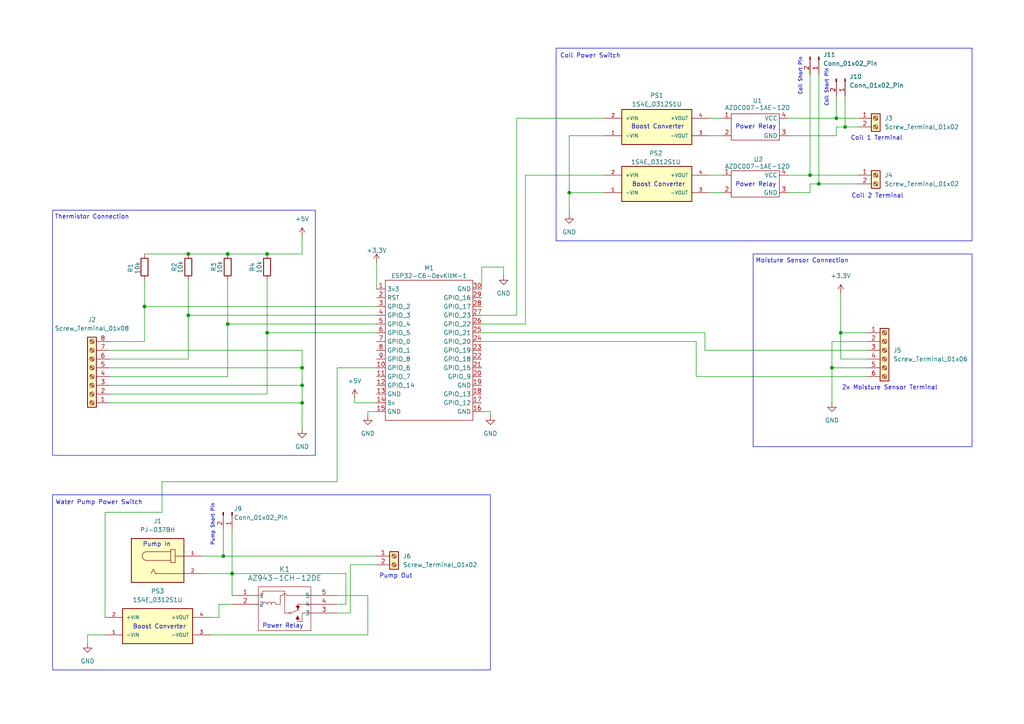
<source format=kicad_sch>
(kicad_sch (version 20231120) (generator "eeschema") (generator_version "8.0")
  (paper "A4")
  (title_block (title "Coil Safety Circuit") (date "2024-07-16") (rev "v2") (company "Biedermann Lab"))
  (lib_symbols
    (symbol "1S4E_0312S1U:1S4E_0312S1U" (pin_names (offset 1.016))
      (property "Reference" "PS" (at -10.16 5.842 0))
      (property "Value" "1S4E_0312S1U" (at -10.16 -7.62 0))
      (symbol "1S4E_0312S1U_0_0"
        (rectangle (start -10.16 -5.08) (end 10.16 5.08) (stroke (width 0.254)) (fill (type background)))
        (pin input line (at -15.24 -2.54 0) (length 5.08) (name "-VIN") (number "1"))
        (pin input line (at -15.24 2.54 0) (length 5.08) (name "+VIN") (number "2"))
        (pin output line (at 15.24 -2.54 180) (length 5.08) (name "-VOUT") (number "3"))
        (pin output line (at 15.24 2.54 180) (length 5.08) (name "+VOUT") (number "4"))
      )
    )
    (symbol "Connector:Conn_01x02_Pin" (pin_names (offset 1.016) hide)
      (property "Reference" "J" (at 0 2.54 0))
      (property "Value" "Conn_01x02_Pin" (at 0 -5.08 0))
      (symbol "Conn_01x02_Pin_1_1"
        (polyline (pts (xy 1.27 -2.54) (xy 0.8636 -2.54)) (stroke (width 0.1524)))
        (polyline (pts (xy 1.27 0) (xy 0.8636 0)) (stroke (width 0.1524)))
        (rectangle (start 0.8636 -2.413) (end 0 -2.667) (stroke (width 0.1524)) (fill (type outline)))
        (rectangle (start 0.8636 0.127) (end 0 -0.127) (stroke (width 0.1524)) (fill (type outline)))
        (pin passive line (at 5.08 0 180) (length 3.81) (name "Pin_1") (number "1"))
        (pin passive line (at 5.08 -2.54 180) (length 3.81) (name "Pin_2") (number "2"))
      )
    )
    (symbol "Connector:Screw_Terminal_01x02" (pin_names (offset 1.016) hide)
      (property "Reference" "J" (at 0 2.54 0))
      (property "Value" "Screw_Terminal_01x02" (at 0 -5.08 0))
      (symbol "Screw_Terminal_01x02_1_1"
        (rectangle (start -1.27 1.27) (end 1.27 -3.81) (stroke (width 0.254)) (fill (type background)))
        (circle (center 0 -2.54) (radius 0.635) (stroke (width 0.1524)))
        (polyline (pts (xy -0.5334 -2.2098) (xy 0.3302 -3.048)) (stroke (width 0.1524)))
        (polyline (pts (xy -0.5334 0.3302) (xy 0.3302 -0.508)) (stroke (width 0.1524)))
        (polyline (pts (xy -0.3556 -2.032) (xy 0.508 -2.8702)) (stroke (width 0.1524)))
        (polyline (pts (xy -0.3556 0.508) (xy 0.508 -0.3302)) (stroke (width 0.1524)))
        (circle (center 0 0) (radius 0.635) (stroke (width 0.1524)))
        (pin passive line (at -5.08 0 0) (length 3.81) (name "Pin_1") (number "1"))
        (pin passive line (at -5.08 -2.54 0) (length 3.81) (name "Pin_2") (number "2"))
      )
    )
    (symbol "Connector:Screw_Terminal_01x06" (pin_names (offset 1.016) hide)
      (property "Reference" "J" (at 0 7.62 0))
      (property "Value" "Screw_Terminal_01x06" (at 0 -10.16 0))
      (symbol "Screw_Terminal_01x06_1_1"
        (rectangle (start -1.27 6.35) (end 1.27 -8.89) (stroke (width 0.254)) (fill (type background)))
        (circle (center 0 -7.62) (radius 0.635) (stroke (width 0.1524)))
        (circle (center 0 -5.08) (radius 0.635) (stroke (width 0.1524)))
        (circle (center 0 -2.54) (radius 0.635) (stroke (width 0.1524)))
        (polyline (pts (xy -0.5334 -7.2898) (xy 0.3302 -8.128)) (stroke (width 0.1524)))
        (polyline (pts (xy -0.5334 -4.7498) (xy 0.3302 -5.588)) (stroke (width 0.1524)))
        (polyline (pts (xy -0.5334 -2.2098) (xy 0.3302 -3.048)) (stroke (width 0.1524)))
        (polyline (pts (xy -0.5334 0.3302) (xy 0.3302 -0.508)) (stroke (width 0.1524)))
        (polyline (pts (xy -0.5334 2.8702) (xy 0.3302 2.032)) (stroke (width 0.1524)))
        (polyline (pts (xy -0.5334 5.4102) (xy 0.3302 4.572)) (stroke (width 0.1524)))
        (polyline (pts (xy -0.3556 -7.112) (xy 0.508 -7.9502)) (stroke (width 0.1524)))
        (polyline (pts (xy -0.3556 -4.572) (xy 0.508 -5.4102)) (stroke (width 0.1524)))
        (polyline (pts (xy -0.3556 -2.032) (xy 0.508 -2.8702)) (stroke (width 0.1524)))
        (polyline (pts (xy -0.3556 0.508) (xy 0.508 -0.3302)) (stroke (width 0.1524)))
        (polyline (pts (xy -0.3556 3.048) (xy 0.508 2.2098)) (stroke (width 0.1524)))
        (polyline (pts (xy -0.3556 5.588) (xy 0.508 4.7498)) (stroke (width 0.1524)))
        (circle (center 0 0) (radius 0.635) (stroke (width 0.1524)))
        (circle (center 0 2.54) (radius 0.635) (stroke (width 0.1524)))
        (circle (center 0 5.08) (radius 0.635) (stroke (width 0.1524)))
        (pin passive line (at -5.08 5.08 0) (length 3.81) (name "Pin_1") (number "1"))
        (pin passive line (at -5.08 2.54 0) (length 3.81) (name "Pin_2") (number "2"))
        (pin passive line (at -5.08 0 0) (length 3.81) (name "Pin_3") (number "3"))
        (pin passive line (at -5.08 -2.54 0) (length 3.81) (name "Pin_4") (number "4"))
        (pin passive line (at -5.08 -5.08 0) (length 3.81) (name "Pin_5") (number "5"))
        (pin passive line (at -5.08 -7.62 0) (length 3.81) (name "Pin_6") (number "6"))
      )
    )
    (symbol "Connector:Screw_Terminal_01x08" (pin_names (offset 1.016) hide)
      (property "Reference" "J" (at 0 10.16 0))
      (property "Value" "Screw_Terminal_01x08" (at 0 -12.7 0))
      (symbol "Screw_Terminal_01x08_1_1"
        (rectangle (start -1.27 8.89) (end 1.27 -11.43) (stroke (width 0.254)) (fill (type background)))
        (circle (center 0 -10.16) (radius 0.635) (stroke (width 0.1524)))
        (circle (center 0 -7.62) (radius 0.635) (stroke (width 0.1524)))
        (circle (center 0 -5.08) (radius 0.635) (stroke (width 0.1524)))
        (circle (center 0 -2.54) (radius 0.635) (stroke (width 0.1524)))
        (polyline (pts (xy -0.5334 -9.8298) (xy 0.3302 -10.668)) (stroke (width 0.1524)))
        (polyline (pts (xy -0.5334 -7.2898) (xy 0.3302 -8.128)) (stroke (width 0.1524)))
        (polyline (pts (xy -0.5334 -4.7498) (xy 0.3302 -5.588)) (stroke (width 0.1524)))
        (polyline (pts (xy -0.5334 -2.2098) (xy 0.3302 -3.048)) (stroke (width 0.1524)))
        (polyline (pts (xy -0.5334 0.3302) (xy 0.3302 -0.508)) (stroke (width 0.1524)))
        (polyline (pts (xy -0.5334 2.8702) (xy 0.3302 2.032)) (stroke (width 0.1524)))
        (polyline (pts (xy -0.5334 5.4102) (xy 0.3302 4.572)) (stroke (width 0.1524)))
        (polyline (pts (xy -0.5334 7.9502) (xy 0.3302 7.112)) (stroke (width 0.1524)))
        (polyline (pts (xy -0.3556 -9.652) (xy 0.508 -10.4902)) (stroke (width 0.1524)))
        (polyline (pts (xy -0.3556 -7.112) (xy 0.508 -7.9502)) (stroke (width 0.1524)))
        (polyline (pts (xy -0.3556 -4.572) (xy 0.508 -5.4102)) (stroke (width 0.1524)))
        (polyline (pts (xy -0.3556 -2.032) (xy 0.508 -2.8702)) (stroke (width 0.1524)))
        (polyline (pts (xy -0.3556 0.508) (xy 0.508 -0.3302)) (stroke (width 0.1524)))
        (polyline (pts (xy -0.3556 3.048) (xy 0.508 2.2098)) (stroke (width 0.1524)))
        (polyline (pts (xy -0.3556 5.588) (xy 0.508 4.7498)) (stroke (width 0.1524)))
        (polyline (pts (xy -0.3556 8.128) (xy 0.508 7.2898)) (stroke (width 0.1524)))
        (circle (center 0 0) (radius 0.635) (stroke (width 0.1524)))
        (circle (center 0 2.54) (radius 0.635) (stroke (width 0.1524)))
        (circle (center 0 5.08) (radius 0.635) (stroke (width 0.1524)))
        (circle (center 0 7.62) (radius 0.635) (stroke (width 0.1524)))
        (pin passive line (at -5.08 7.62 0) (length 3.81) (name "Pin_1") (number "1"))
        (pin passive line (at -5.08 5.08 0) (length 3.81) (name "Pin_2") (number "2"))
        (pin passive line (at -5.08 2.54 0) (length 3.81) (name "Pin_3") (number "3"))
        (pin passive line (at -5.08 0 0) (length 3.81) (name "Pin_4") (number "4"))
        (pin passive line (at -5.08 -2.54 0) (length 3.81) (name "Pin_5") (number "5"))
        (pin passive line (at -5.08 -5.08 0) (length 3.81) (name "Pin_6") (number "6"))
        (pin passive line (at -5.08 -7.62 0) (length 3.81) (name "Pin_7") (number "7"))
        (pin passive line (at -5.08 -10.16 0) (length 3.81) (name "Pin_8") (number "8"))
      )
    )
    (symbol "Device:R" (pin_numbers hide) (pin_names (offset 0))
      (property "Reference" "R" (at 2.032 0 90))
      (property "Value" "R" (at 0 0 90))
      (symbol "R_0_1"
        (rectangle (start -1.016 -2.54) (end 1.016 2.54) (stroke (width 0.254)))
      )
      (symbol "R_1_1"
        (pin passive line (at 0 3.81 270) (length 1.27) (name "~") (number "1"))
        (pin passive line (at 0 -3.81 90) (length 1.27) (name "~") (number "2"))
      )
    )
    (symbol "PJ-037BH:PJ-037BH" (pin_names (offset 1.016))
      (property "Reference" "J" (at -12.4559 8.1346 0))
      (property "Value" "PJ-037BH" (at -12.7112 -7.6275 0))
      (symbol "PJ-037BH_0_0"
        (rectangle (start -12.7 -5.08) (end 2.54 7.62) (stroke (width 0.254)) (fill (type background)))
        (arc (start -8.255 3.81) (mid -9.5194 2.54) (end -8.255 1.27) (stroke (width 0.1524)))
        (polyline (pts (xy -8.255 3.81) (xy -1.27 3.81)) (stroke (width 0.1524)))
        (polyline (pts (xy -6.35 -1.27) (xy -6.985 -2.54)) (stroke (width 0.1524)))
        (polyline (pts (xy -5.715 -2.54) (xy -6.35 -1.27)) (stroke (width 0.1524)))
        (polyline (pts (xy -1.27 0.635) (xy 0 0.635)) (stroke (width 0.1524)))
        (polyline (pts (xy -1.27 1.27) (xy -8.255 1.27)) (stroke (width 0.1524)))
        (polyline (pts (xy -1.27 1.27) (xy -1.27 0.635)) (stroke (width 0.1524)))
        (polyline (pts (xy -1.27 3.81) (xy -1.27 1.27)) (stroke (width 0.1524)))
        (polyline (pts (xy -1.27 4.445) (xy -1.27 3.81)) (stroke (width 0.1524)))
        (polyline (pts (xy 0 0.635) (xy 0 2.54)) (stroke (width 0.1524)))
        (polyline (pts (xy 0 2.54) (xy 0 4.445)) (stroke (width 0.1524)))
        (polyline (pts (xy 0 4.445) (xy -1.27 4.445)) (stroke (width 0.1524)))
        (polyline (pts (xy 2.54 -2.54) (xy -5.715 -2.54)) (stroke (width 0.1524)))
        (polyline (pts (xy 2.54 2.54) (xy 0 2.54)) (stroke (width 0.1524)))
        (pin passive line (at 7.62 2.54 180) (length 5.08) (name "~") (number "1"))
        (pin passive line (at 7.62 -2.54 180) (length 5.08) (name "~") (number "2"))
      )
    )
    (symbol "esp32DevBoards:ESP32-C6-DEVKITM-1-N4"
      (property "Reference" "M" (at 0 21.59 0))
      (symbol "ESP32-C6-DEVKITM-1-N4_0_1"
        (rectangle (start -12.7 20.32) (end 12.7 -20.32))
      )
      (symbol "ESP32-C6-DEVKITM-1-N4_1_1"
        (pin bidirectional line (at -15.24 17.78 0) (length 2.54) (name "3v3") (number "1"))
        (pin bidirectional line (at -15.24 -5.08 0) (length 2.54) (name "GPIO_6") (number "10"))
        (pin bidirectional line (at -15.24 -7.62 0) (length 2.54) (name "GPIO_7") (number "11"))
        (pin bidirectional line (at -15.24 -10.16 0) (length 2.54) (name "GPIO_14") (number "12"))
        (pin bidirectional line (at -15.24 -12.7 0) (length 2.54) (name "GND") (number "13"))
        (pin bidirectional line (at -15.24 -15.24 0) (length 2.54) (name "5v") (number "14"))
        (pin bidirectional line (at -15.24 -17.78 0) (length 2.54) (name "GND") (number "15"))
        (pin bidirectional line (at 15.24 -17.78 180) (length 2.54) (name "GND") (number "16"))
        (pin bidirectional line (at 15.24 -15.24 180) (length 2.54) (name "GPIO_12") (number "17"))
        (pin bidirectional line (at 15.24 -12.7 180) (length 2.54) (name "GPIO_13") (number "18"))
        (pin bidirectional line (at 15.24 -10.16 180) (length 2.54) (name "GND") (number "19"))
        (pin input line (at -15.24 15.24 0) (length 2.54) (name "RST") (number "2"))
        (pin bidirectional line (at 15.24 -7.62 180) (length 2.54) (name "GPIO_9") (number "20"))
        (pin bidirectional line (at 15.24 -5.08 180) (length 2.54) (name "GPIO_15") (number "21"))
        (pin bidirectional line (at 15.24 -2.54 180) (length 2.54) (name "GPIO_18") (number "22"))
        (pin bidirectional line (at 15.24 0 180) (length 2.54) (name "GPIO_19") (number "23"))
        (pin bidirectional line (at 15.24 2.54 180) (length 2.54) (name "GPIO_20") (number "24"))
        (pin bidirectional line (at 15.24 5.08 180) (length 2.54) (name "GPIO_21") (number "25"))
        (pin bidirectional line (at 15.24 7.62 180) (length 2.54) (name "GPIO_22") (number "26"))
        (pin bidirectional line (at 15.24 10.16 180) (length 2.54) (name "GPIO_23") (number "27"))
        (pin bidirectional line (at 15.24 12.7 180) (length 2.54) (name "GPIO_17") (number "28"))
        (pin bidirectional line (at 15.24 15.24 180) (length 2.54) (name "GPIO_16") (number "29"))
        (pin bidirectional line (at -15.24 12.7 0) (length 2.54) (name "GPIO_2") (number "3"))
        (pin bidirectional line (at 15.24 17.78 180) (length 2.54) (name "GND") (number "30"))
        (pin bidirectional line (at -15.24 10.16 0) (length 2.54) (name "GPIO_3") (number "4"))
        (pin bidirectional line (at -15.24 7.62 0) (length 2.54) (name "GPIO_4") (number "5"))
        (pin bidirectional line (at -15.24 5.08 0) (length 2.54) (name "GPIO_5") (number "6"))
        (pin bidirectional line (at -15.24 2.54 0) (length 2.54) (name "GPIO_0") (number "7"))
        (pin bidirectional line (at -15.24 0 0) (length 2.54) (name "GPIO_1") (number "8"))
        (pin bidirectional line (at -15.24 -2.54 0) (length 2.54) (name "GPIO_8") (number "9"))
      )
    )
    (symbol "power:+3.3V" (power) (pin_numbers hide) (pin_names (offset 0) hide)
      (property "Value" "+3.3V" (at 0 3.556 0))
      (symbol "+3.3V_0_1"
        (polyline (pts (xy -0.762 1.27) (xy 0 2.54)))
        (polyline (pts (xy 0 0) (xy 0 2.54)))
        (polyline (pts (xy 0 2.54) (xy 0.762 1.27)))
      )
      (symbol "+3.3V_1_1"
        (pin power_in line (at 0 0 90) (length 0) (name "~") (number "1"))
      )
    )
    (symbol "power:+5V" (power) (pin_numbers hide) (pin_names (offset 0) hide)
      (property "Value" "+5V" (at 0 3.556 0))
      (symbol "+5V_0_1"
        (polyline (pts (xy -0.762 1.27) (xy 0 2.54)))
        (polyline (pts (xy 0 0) (xy 0 2.54)))
        (polyline (pts (xy 0 2.54) (xy 0.762 1.27)))
      )
      (symbol "+5V_1_1"
        (pin power_in line (at 0 0 90) (length 0) (name "~") (number "1"))
      )
    )
    (symbol "power:GND" (power) (pin_numbers hide) (pin_names (offset 0) hide)
      (property "Value" "GND" (at 0 -3.81 0))
      (symbol "GND_0_1"
        (polyline (pts (xy 0 0) (xy 0 -1.27) (xy 1.27 -1.27) (xy 0 -2.54) (xy -1.27 -1.27) (xy 0 -1.27)))
      )
      (symbol "GND_1_1"
        (pin power_in line (at 0 0 270) (length 0) (name "~") (number "1"))
      )
    )
    (symbol "sensors:AZ943-1CH-12DE" (pin_names (offset 0.254))
      (property "Reference" "K" (at 15.24 7.62 0))
      (property "Value" "AZ943-1CH-12DE" (at 15.24 5.08 0))
      (symbol "AZ943-1CH-12DE_0_1"
        (polyline (pts (xy 7.62 -10.16) (xy 22.86 -10.16)) (stroke (width 0.127)))
        (polyline (pts (xy 7.62 -2.54) (xy 8.89 -2.54)) (stroke (width 0.127)))
        (polyline (pts (xy 7.62 0) (xy 8.89 0)) (stroke (width 0.127)))
        (polyline (pts (xy 7.62 2.54) (xy 7.62 -10.16)) (stroke (width 0.127)))
        (polyline (pts (xy 8.89 0) (xy 8.89 1.27)) (stroke (width 0.127)))
        (polyline (pts (xy 8.89 1.27) (xy 15.24 1.27)) (stroke (width 0.127)))
        (polyline (pts (xy 12.7 -2.54) (xy 13.97 -2.54)) (stroke (width 0.127)))
        (polyline (pts (xy 13.97 -2.54) (xy 13.97 0)) (stroke (width 0.127)))
        (polyline (pts (xy 13.97 0) (xy 14.732 0)) (stroke (width 0.127)))
        (polyline (pts (xy 15.24 -5.08) (xy 16.51 -5.08)) (stroke (width 0.127)))
        (polyline (pts (xy 15.24 1.27) (xy 15.24 -5.08)) (stroke (width 0.127)))
        (polyline (pts (xy 17.018 -5.08) (xy 19.558 -4.064)) (stroke (width 0.127)))
        (polyline (pts (xy 19.05 -7.62) (xy 19.05 -6.35)) (stroke (width 0.127)))
        (polyline (pts (xy 19.05 -7.62) (xy 20.32 -7.62)) (stroke (width 0.127)))
        (polyline (pts (xy 19.05 -2.54) (xy 19.05 -3.81)) (stroke (width 0.127)))
        (polyline (pts (xy 19.05 -2.54) (xy 22.86 -2.54)) (stroke (width 0.127)))
        (polyline (pts (xy 20.32 -7.62) (xy 20.32 -5.08)) (stroke (width 0.127)))
        (polyline (pts (xy 22.86 -10.16) (xy 22.86 2.54)) (stroke (width 0.127)))
        (polyline (pts (xy 22.86 -5.08) (xy 20.32 -5.08)) (stroke (width 0.127)))
        (polyline (pts (xy 22.86 0) (xy 15.748 0)) (stroke (width 0.127)))
        (polyline (pts (xy 22.86 2.54) (xy 7.62 2.54)) (stroke (width 0.127)))
        (polyline (pts (xy 19.05 -5.842) (xy 18.542 -6.858) (xy 19.558 -6.858)) (fill (type outline)))
        (polyline (pts (xy 19.05 -4.064) (xy 19.558 -3.048) (xy 18.542 -3.048)) (fill (type outline)))
        (arc (start 10.16 -2.54) (mid 9.525 -1.9077) (end 8.89 -2.54) (stroke (width 0.127)))
        (arc (start 11.43 -2.54) (mid 10.795 -1.9077) (end 10.16 -2.54) (stroke (width 0.127)))
        (arc (start 12.7 -2.54) (mid 12.065 -1.9077) (end 11.43 -2.54) (stroke (width 0.127)))
        (arc (start 15.748 0) (mid 15.24 0.5058) (end 14.732 0) (stroke (width 0.127)))
        (circle (center 16.764 -5.08) (radius 0.254) (stroke (width 0.127)))
        (pin unspecified line (at 0 0 0) (length 7.62) (name "1") (number "1"))
        (pin unspecified line (at 0 -2.54 0) (length 7.62) (name "2") (number "2"))
        (pin unspecified line (at 30.48 -5.08 180) (length 7.62) (name "3") (number "3"))
        (pin unspecified line (at 30.48 -2.54 180) (length 7.62) (name "4") (number "4"))
        (pin unspecified line (at 30.48 0 180) (length 7.62) (name "5") (number "5"))
      )
    )
    (symbol "sensors:AZDC007-1AE-12D"
      (property "Reference" "U" (at 0 7.62 0))
      (property "Value" "AZDC007-1AE-12D" (at 0.254 5.588 0))
      (symbol "AZDC007-1AE-12D_0_1"
        (rectangle (start -7.62 3.81) (end 6.35 -3.81))
      )
      (symbol "AZDC007-1AE-12D_1_1"
        (pin input line (at -10.16 2.54 0) (length 2.54) (name "") (number "1"))
        (pin input line (at -10.16 -2.54 0) (length 2.54) (name "") (number "2"))
        (pin output line (at 8.89 -2.54 180) (length 2.54) (name "GND") (number "3"))
        (pin output line (at 8.89 2.54 180) (length 2.54) (name "VCC") (number "4"))
      )
    )
  )
  (junction (at 54.61 91.44))
  (junction (at 66.04 93.98))
  (junction (at 245.11 36.83))
  (junction (at 54.61 73.66))
  (junction (at 237.49 53.34))
  (junction (at 87.63 106.68))
  (junction (at 234.95 50.8))
  (junction (at 87.63 111.76))
  (junction (at 242.57 34.29))
  (junction (at 77.47 73.66))
  (junction (at 41.91 88.9))
  (junction (at 77.47 96.52))
  (junction (at 87.63 116.84))
  (junction (at 66.04 73.66))
  (junction (at 165.1 55.88))
  (junction (at 64.77 161.29))
  (junction (at 67.31 166.37))
  (junction (at 241.3 106.68))
  (junction (at 243.84 96.52))
  (wire (pts (xy 251.46 99.06) (xy 241.3 99.06)))
  (wire (pts (xy 201.93 99.06) (xy 201.93 109.22)))
  (wire (pts (xy 60.96 184.15) (xy 106.68 184.15)))
  (wire (pts (xy 54.61 91.44) (xy 54.61 104.14)))
  (wire (pts (xy 54.61 81.28) (xy 54.61 91.44)))
  (wire (pts (xy 30.48 179.07) (xy 30.48 148.59)))
  (wire (pts (xy 205.74 55.88) (xy 209.55 55.88)))
  (wire (pts (xy 142.24 119.38) (xy 142.24 120.65)))
  (wire (pts (xy 139.7 93.98) (xy 152.4 93.98)))
  (wire (pts (xy 30.48 148.59) (xy 46.99 148.59)))
  (wire (pts (xy 100.33 175.26) (xy 97.79 175.26)))
  (wire (pts (xy 77.47 96.52) (xy 109.22 96.52)))
  (wire (pts (xy 175.26 55.88) (xy 165.1 55.88)))
  (wire (pts (xy 87.63 116.84) (xy 87.63 124.46)))
  (wire (pts (xy 205.74 50.8) (xy 209.55 50.8)))
  (wire (pts (xy 241.3 116.84) (xy 241.3 106.68)))
  (wire (pts (xy 234.95 21.59) (xy 234.95 50.8)))
  (wire (pts (xy 31.75 104.14) (xy 54.61 104.14)))
  (wire (pts (xy 242.57 34.29) (xy 248.92 34.29)))
  (wire (pts (xy 41.91 81.28) (xy 41.91 88.9)))
  (wire (pts (xy 87.63 73.66) (xy 77.47 73.66)))
  (wire (pts (xy 237.49 21.59) (xy 237.49 53.34)))
  (wire (pts (xy 109.22 83.82) (xy 109.22 76.2)))
  (wire (pts (xy 87.63 106.68) (xy 87.63 111.76)))
  (wire (pts (xy 204.47 101.6) (xy 251.46 101.6)))
  (wire (pts (xy 149.86 34.29) (xy 175.26 34.29)))
  (wire (pts (xy 245.11 27.94) (xy 245.11 36.83)))
  (wire (pts (xy 41.91 88.9) (xy 109.22 88.9)))
  (wire (pts (xy 54.61 91.44) (xy 109.22 91.44)))
  (wire (pts (xy 66.04 81.28) (xy 66.04 93.98)))
  (wire (pts (xy 31.75 114.3) (xy 77.47 114.3)))
  (wire (pts (xy 66.04 93.98) (xy 109.22 93.98)))
  (wire (pts (xy 237.49 53.34) (xy 248.92 53.34)))
  (wire (pts (xy 228.6 34.29) (xy 242.57 34.29)))
  (wire (pts (xy 87.63 111.76) (xy 87.63 116.84)))
  (wire (pts (xy 139.7 119.38) (xy 142.24 119.38)))
  (wire (pts (xy 66.04 93.98) (xy 66.04 109.22)))
  (wire (pts (xy 241.3 106.68) (xy 251.46 106.68)))
  (wire (pts (xy 165.1 55.88) (xy 165.1 62.23)))
  (wire (pts (xy 64.77 161.29) (xy 109.22 161.29)))
  (wire (pts (xy 97.79 139.7) (xy 97.79 106.68)))
  (wire (pts (xy 234.95 53.34) (xy 237.49 53.34)))
  (wire (pts (xy 201.93 109.22) (xy 251.46 109.22)))
  (wire (pts (xy 97.79 177.8) (xy 101.6 177.8)))
  (wire (pts (xy 58.42 161.29) (xy 64.77 161.29)))
  (wire (pts (xy 245.11 36.83) (xy 248.92 36.83)))
  (wire (pts (xy 67.31 166.37) (xy 67.31 172.72)))
  (wire (pts (xy 60.96 179.07) (xy 63.5 179.07)))
  (wire (pts (xy 46.99 139.7) (xy 97.79 139.7)))
  (wire (pts (xy 228.6 50.8) (xy 234.95 50.8)))
  (wire (pts (xy 109.22 119.38) (xy 106.68 119.38)))
  (wire (pts (xy 41.91 88.9) (xy 41.91 99.06)))
  (wire (pts (xy 234.95 50.8) (xy 248.92 50.8)))
  (wire (pts (xy 102.87 116.84) (xy 102.87 115.57)))
  (wire (pts (xy 25.4 184.15) (xy 25.4 186.69)))
  (wire (pts (xy 31.75 99.06) (xy 41.91 99.06)))
  (wire (pts (xy 205.74 39.37) (xy 209.55 39.37)))
  (wire (pts (xy 242.57 27.94) (xy 242.57 34.29)))
  (wire (pts (xy 106.68 172.72) (xy 97.79 172.72)))
  (wire (pts (xy 66.04 73.66) (xy 77.47 73.66)))
  (wire (pts (xy 139.7 91.44) (xy 149.86 91.44)))
  (wire (pts (xy 149.86 91.44) (xy 149.86 34.29)))
  (wire (pts (xy 77.47 81.28) (xy 77.47 96.52)))
  (wire (pts (xy 64.77 153.67) (xy 64.77 161.29)))
  (wire (pts (xy 101.6 163.83) (xy 109.22 163.83)))
  (wire (pts (xy 242.57 36.83) (xy 245.11 36.83)))
  (wire (pts (xy 175.26 39.37) (xy 165.1 39.37)))
  (wire (pts (xy 242.57 39.37) (xy 242.57 36.83)))
  (wire (pts (xy 106.68 119.38) (xy 106.68 120.65)))
  (wire (pts (xy 54.61 73.66) (xy 66.04 73.66)))
  (wire (pts (xy 251.46 96.52) (xy 243.84 96.52)))
  (wire (pts (xy 67.31 166.37) (xy 100.33 166.37)))
  (wire (pts (xy 31.75 111.76) (xy 87.63 111.76)))
  (wire (pts (xy 228.6 55.88) (xy 234.95 55.88)))
  (wire (pts (xy 31.75 106.68) (xy 87.63 106.68)))
  (wire (pts (xy 31.75 109.22) (xy 66.04 109.22)))
  (wire (pts (xy 31.75 116.84) (xy 87.63 116.84)))
  (wire (pts (xy 234.95 55.88) (xy 234.95 53.34)))
  (wire (pts (xy 152.4 50.8) (xy 175.26 50.8)))
  (wire (pts (xy 251.46 104.14) (xy 243.84 104.14)))
  (wire (pts (xy 31.75 101.6) (xy 87.63 101.6)))
  (wire (pts (xy 139.7 99.06) (xy 201.93 99.06)))
  (wire (pts (xy 243.84 85.09) (xy 243.84 96.52)))
  (wire (pts (xy 165.1 39.37) (xy 165.1 55.88)))
  (wire (pts (xy 106.68 184.15) (xy 106.68 172.72)))
  (wire (pts (xy 30.48 184.15) (xy 25.4 184.15)))
  (wire (pts (xy 205.74 34.29) (xy 209.55 34.29)))
  (wire (pts (xy 87.63 68.58) (xy 87.63 73.66)))
  (wire (pts (xy 109.22 116.84) (xy 102.87 116.84)))
  (wire (pts (xy 139.7 77.47) (xy 146.05 77.47)))
  (wire (pts (xy 67.31 153.67) (xy 67.31 166.37)))
  (wire (pts (xy 204.47 96.52) (xy 204.47 101.6)))
  (wire (pts (xy 146.05 77.47) (xy 146.05 80.01)))
  (wire (pts (xy 87.63 101.6) (xy 87.63 106.68)))
  (wire (pts (xy 139.7 96.52) (xy 204.47 96.52)))
  (wire (pts (xy 41.91 73.66) (xy 54.61 73.66)))
  (wire (pts (xy 63.5 175.26) (xy 67.31 175.26)))
  (wire (pts (xy 228.6 39.37) (xy 242.57 39.37)))
  (wire (pts (xy 139.7 83.82) (xy 139.7 77.47)))
  (wire (pts (xy 241.3 99.06) (xy 241.3 106.68)))
  (wire (pts (xy 63.5 179.07) (xy 63.5 175.26)))
  (wire (pts (xy 243.84 104.14) (xy 243.84 96.52)))
  (wire (pts (xy 100.33 166.37) (xy 100.33 175.26)))
  (wire (pts (xy 152.4 93.98) (xy 152.4 50.8)))
  (wire (pts (xy 77.47 96.52) (xy 77.47 114.3)))
  (wire (pts (xy 97.79 106.68) (xy 109.22 106.68)))
  (wire (pts (xy 101.6 177.8) (xy 101.6 163.83)))
  (wire (pts (xy 58.42 166.37) (xy 67.31 166.37)))
  (wire (pts (xy 46.99 148.59) (xy 46.99 139.7)))
  (rectangle (start 161.29 13.97) (end 281.94 69.85))
  (rectangle (start 15.24 143.51) (end 142.24 194.31))
  (rectangle (start 218.44 73.66) (end 281.94 129.54))
  (rectangle (start 15.24 60.96) (end 91.44 132.08))
  (text "Coil Short Pin" (at 239.776 25.4 90) (effects (font (size 1.016 1.016))))
  (text "Coil 1 Terminal" (at 254.254 40.132 0) (effects (font (size 1.27 1.27))))
  (text "Power Relay" (at 219.202 36.83 0) (effects (font (size 1.27 1.27))))
  (text "Pump Out" (at 114.808 167.132 0) (effects (font (size 1.27 1.27))))
  (text "Pump In" (at 45.466 157.988 0) (effects (font (size 1.27 1.27))))
  (text "Water Pump Power Switch" (at 28.702 145.796 0) (effects (font (size 1.27 1.27))))
  (text "Coil 2 Terminal" (at 254.508 56.896 0) (effects (font (size 1.27 1.27))))
  (text "2x Moisture Sensor Terminal" (at 258.064 112.522 0) (effects (font (size 1.27 1.27))))
  (text "Boost Converter" (at 191.008 53.594 0) (effects (font (size 1.27 1.27))))
  (text "Power Relay" (at 219.202 53.594 0) (effects (font (size 1.27 1.27))))
  (text "Pump Short Pin" (at 61.722 152.146 90) (effects (font (size 1.016 1.016))))
  (text "Power Relay" (at 82.042 181.61 0) (effects (font (size 1.27 1.27))))
  (text "Coil Power Switch" (at 171.196 16.256 0) (effects (font (size 1.27 1.27))))
  (text "Coil Short Pin" (at 232.156 22.098 90) (effects (font (size 1.016 1.016))))
  (text "Moisture Sensor Connection" (at 232.664 75.692 0) (effects (font (size 1.27 1.27))))
  (text "Thermistor Connection" (at 26.67 62.992 0) (effects (font (size 1.27 1.27))))
  (text "Boost Converter" (at 46.228 181.864 0) (effects (font (size 1.27 1.27))))
  (text "Boost Converter" (at 190.754 36.83 0) (effects (font (size 1.27 1.27))))
  (symbol (lib_id "PJ-037BH:PJ-037BH") (at 50.8 163.83 0) (unit 1)
    (property "Reference" "J1" (at 45.72 151.13 0))
    (property "Value" "PJ-037BH" (at 45.72 153.67 0))
    (property "Footprint" "Footprints:CUI_PJ-037BH" (effects (hide yes)))
  )
  (symbol (lib_id "Connector:Screw_Terminal_01x06") (at 256.54 101.6 0) (unit 1)
    (property "Reference" "J5" (at 259.08 101.5999 0) (effects (justify left)))
    (property "Value" "Screw_Terminal_01x06" (at 259.08 104.1399 0) (effects (justify left)))
    (property "Footprint" "Footprints:CUI_TB003-500-P06BE" (effects (hide yes)))
    (property "Description" "Generic screw terminal, single row, 01x06, script generated (kicad-library-utils/schlib/autogen/connector/)" (effects (hide yes)))
  )
  (symbol (lib_id "power:GND") (at 25.4 186.69 0) (unit 1)
    (property "Reference" "#PWR010" (effects (hide yes)))
    (property "Value" "GND" (at 25.4 191.77 0))
    (property "Description" "Power symbol creates a global label with name \"GND\" , ground" (effects (hide yes)))
  )
  (symbol (lib_id "Device:R") (at 41.91 77.47 180) (unit 1)
    (property "Reference" "R1" (at 37.846 77.724 90))
    (property "Value" "10k" (at 39.878 77.724 90))
    (property "Footprint" "Resistor_SMD:R_0805_2012Metric" (effects (hide yes)))
    (property "Description" "Resistor" (effects (hide yes)))
  )
  (symbol (lib_id "Connector:Screw_Terminal_01x08") (at 26.67 109.22 180) (unit 1)
    (property "Reference" "J2" (at 26.67 92.71 0))
    (property "Value" "Screw_Terminal_01x08" (at 26.67 95.25 0))
    (property "Footprint" "Footprints:CUI_TB001-500-08BE" (effects (hide yes)))
    (property "Description" "Generic screw terminal, single row, 01x08, script generated (kicad-library-utils/schlib/autogen/connector/)" (effects (hide yes)))
  )
  (symbol (lib_id "Connector:Screw_Terminal_01x02") (at 254 50.8 0) (unit 1)
    (property "Reference" "J4" (at 256.54 50.7999 0) (effects (justify left)))
    (property "Value" "Screw_Terminal_01x02" (at 256.54 53.3399 0) (effects (justify left)))
    (property "Footprint" "Footprints:CUI_TB002-500-02BE" (effects (hide yes)))
    (property "Description" "Generic screw terminal, single row, 01x02, script generated (kicad-library-utils/schlib/autogen/connector/)" (effects (hide yes)))
  )
  (symbol (lib_id "Connector:Conn_01x02_Pin") (at 67.31 148.59 270) (unit 1)
    (property "Reference" "J9" (at 67.818 147.574 90) (effects (justify left)))
    (property "Value" "Conn_01x02_Pin" (at 67.818 150.114 90) (effects (justify left)))
    (property "Footprint" "TerminalBlock:TerminalBlock_bornier-2_P5.08mm" (effects (hide yes)))
    (property "Description" "Generic connector, single row, 01x02, script generated" (effects (hide yes)))
  )
  (symbol (lib_id "Device:R") (at 77.47 77.47 180) (unit 1)
    (property "Reference" "R4" (at 73.152 77.47 90))
    (property "Value" "10k" (at 75.184 77.47 90))
    (property "Footprint" "Resistor_SMD:R_0805_2012Metric" (effects (hide yes)))
    (property "Description" "Resistor" (effects (hide yes)))
  )
  (symbol (lib_id "Connector:Conn_01x02_Pin") (at 237.49 16.51 270) (unit 1)
    (property "Reference" "J11" (at 238.76 15.8749 90) (effects (justify left)))
    (property "Value" "Conn_01x02_Pin" (at 238.76 18.4149 90) (effects (justify left)))
    (property "Footprint" "TerminalBlock:TerminalBlock_bornier-2_P5.08mm" (effects (hide yes)))
    (property "Description" "Generic connector, single row, 01x02, script generated" (effects (hide yes)))
  )
  (symbol (lib_id "power:+3.3V") (at 243.84 85.09 0) (unit 1)
    (property "Reference" "#PWR09" (effects (hide yes)))
    (property "Value" "+3.3V" (at 243.84 80.01 0))
    (property "Description" "Power symbol creates a global label with name \"+3.3V\"" (effects (hide yes)))
  )
  (symbol (lib_id "Device:R") (at 54.61 77.47 180) (unit 1)
    (property "Reference" "R2" (at 50.546 77.47 90))
    (property "Value" "10k" (at 52.324 77.47 90))
    (property "Footprint" "Resistor_SMD:R_0805_2012Metric" (effects (hide yes)))
    (property "Description" "Resistor" (effects (hide yes)))
  )
  (symbol (lib_id "Connector:Conn_01x02_Pin") (at 245.11 22.86 270) (unit 1)
    (property "Reference" "J10" (at 246.38 22.2249 90) (effects (justify left)))
    (property "Value" "Conn_01x02_Pin" (at 246.38 24.7649 90) (effects (justify left)))
    (property "Footprint" "TerminalBlock:TerminalBlock_bornier-2_P5.08mm" (effects (hide yes)))
    (property "Description" "Generic connector, single row, 01x02, script generated" (effects (hide yes)))
  )
  (symbol (lib_id "power:GND") (at 165.1 62.23 0) (unit 1)
    (property "Reference" "#PWR02" (effects (hide yes)))
    (property "Value" "GND" (at 165.1 67.31 0))
    (property "Description" "Power symbol creates a global label with name \"GND\" , ground" (effects (hide yes)))
  )
  (symbol (lib_id "power:GND") (at 142.24 120.65 0) (unit 1)
    (property "Reference" "#PWR04" (effects (hide yes)))
    (property "Value" "GND" (at 142.24 125.73 0))
    (property "Description" "Power symbol creates a global label with name \"GND\" , ground" (effects (hide yes)))
  )
  (symbol (lib_id "power:+3.3V") (at 109.22 76.2 0) (unit 1)
    (property "Reference" "#PWR06" (effects (hide yes)))
    (property "Value" "+3.3V" (at 109.22 72.644 0))
    (property "Description" "Power symbol creates a global label with name \"+3.3V\"" (effects (hide yes)))
  )
  (symbol (lib_id "power:GND") (at 241.3 116.84 0) (unit 1)
    (property "Reference" "#PWR08" (effects (hide yes)))
    (property "Value" "GND" (at 241.3 121.92 0))
    (property "Description" "Power symbol creates a global label with name \"GND\" , ground" (effects (hide yes)))
  )
  (symbol (lib_id "power:+5V") (at 87.63 68.58 0) (unit 1)
    (property "Reference" "#PWR07" (effects (hide yes)))
    (property "Value" "+5V" (at 87.63 63.5 0))
    (property "Description" "Power symbol creates a global label with name \"+5V\"" (effects (hide yes)))
  )
  (symbol (lib_id "Connector:Screw_Terminal_01x02") (at 254 34.29 0) (unit 1)
    (property "Reference" "J3" (at 256.54 34.2899 0) (effects (justify left)))
    (property "Value" "Screw_Terminal_01x02" (at 256.54 36.8299 0) (effects (justify left)))
    (property "Footprint" "Footprints:CUI_TB002-500-02BE" (effects (hide yes)))
    (property "Description" "Generic screw terminal, single row, 01x02, script generated (kicad-library-utils/schlib/autogen/connector/)" (effects (hide yes)))
  )
  (symbol (lib_id "1S4E_0312S1U:1S4E_0312S1U") (at 190.5 53.34 0) (unit 1)
    (property "Reference" "PS2" (at 190.246 44.45 0))
    (property "Value" "1S4E_0312S1U" (at 190.246 46.99 0))
    (property "Footprint" "Footprints:CONV_1S4E_0312S1U" (effects (hide yes)))
  )
  (symbol (lib_id "Connector:Screw_Terminal_01x02") (at 114.3 161.29 0) (unit 1)
    (property "Reference" "J6" (at 116.84 161.2899 0) (effects (justify left)))
    (property "Value" "Screw_Terminal_01x02" (at 116.84 163.8299 0) (effects (justify left)))
    (property "Footprint" "Footprints:CUI_TB002-500-02BE" (effects (hide yes)))
    (property "Description" "Generic screw terminal, single row, 01x02, script generated (kicad-library-utils/schlib/autogen/connector/)" (effects (hide yes)))
  )
  (symbol (lib_id "sensors:AZDC007-1AE-12D") (at 219.71 36.83 0) (unit 1)
    (property "Reference" "U1" (at 219.71 29.21 0))
    (property "Value" "AZDC007-1AE-12D" (at 219.71 31.242 0))
    (property "Footprint" "Footprints:AZDC007-1AE-12D" (effects (hide yes)))
  )
  (symbol (lib_id "1S4E_0312S1U:1S4E_0312S1U") (at 45.72 181.61 0) (unit 1)
    (property "Reference" "PS3" (at 45.72 171.45 0))
    (property "Value" "1S4E_0312S1U" (at 45.72 173.99 0))
    (property "Footprint" "Footprints:CONV_1S4E_0312S1U" (effects (hide yes)))
  )
  (symbol (lib_id "power:GND") (at 146.05 80.01 0) (unit 1)
    (property "Reference" "#PWR01" (effects (hide yes)))
    (property "Value" "GND" (at 146.05 85.09 0))
    (property "Description" "Power symbol creates a global label with name \"GND\" , ground" (effects (hide yes)))
  )
  (symbol (lib_id "Device:R") (at 66.04 77.47 180) (unit 1)
    (property "Reference" "R3" (at 61.976 77.47 90))
    (property "Value" "10k" (at 63.754 77.47 90))
    (property "Footprint" "Resistor_SMD:R_0805_2012Metric" (effects (hide yes)))
    (property "Description" "Resistor" (effects (hide yes)))
  )
  (symbol (lib_id "power:+5V") (at 102.87 115.57 0) (unit 1)
    (property "Reference" "#PWR011" (effects (hide yes)))
    (property "Value" "+5V" (at 102.87 110.49 0))
    (property "Description" "Power symbol creates a global label with name \"+5V\"" (effects (hide yes)))
  )
  (symbol (lib_id "sensors:AZ943-1CH-12DE") (at 67.31 172.72 0) (unit 1)
    (property "Reference" "K1" (at 82.55 165.1 0) (effects (font (size 1.524 1.524))))
    (property "Value" "AZ943-1CH-12DE" (at 82.55 167.64 0) (effects (font (size 1.524 1.524))))
    (property "Footprint" "Footprints:AZ943-1CH-12DE" (effects (hide yes)))
    (property "Datasheet" "AZ943-1CH-12DE" (effects (hide yes)))
  )
  (symbol (lib_id "esp32DevBoards:ESP32-C6-DEVKITM-1-N4") (at 124.46 101.6 0) (unit 1)
    (property "Reference" "M1" (at 124.46 77.724 0))
    (property "Value" "ESP32-C6-DevKitM-1" (at 124.46 80.01 0))
    (property "Footprint" "Footprints:ESP32-C6-DevKitM-1" (effects (hide yes)))
  )
  (symbol (lib_id "sensors:AZDC007-1AE-12D") (at 219.71 53.34 0) (unit 1)
    (property "Reference" "U2" (at 219.964 46.228 0))
    (property "Value" "AZDC007-1AE-12D" (at 219.71 48.26 0))
    (property "Footprint" "Footprints:AZDC007-1AE-12D" (effects (hide yes)))
  )
  (symbol (lib_id "1S4E_0312S1U:1S4E_0312S1U") (at 190.5 36.83 0) (unit 1)
    (property "Reference" "PS1" (at 190.5 27.686 0))
    (property "Value" "1S4E_0312S1U" (at 190.5 30.226 0))
    (property "Footprint" "Footprints:CONV_1S4E_0312S1U" (effects (hide yes)))
  )
  (symbol (lib_id "power:GND") (at 106.68 120.65 0) (unit 1)
    (property "Reference" "#PWR03" (effects (hide yes)))
    (property "Value" "GND" (at 106.68 125.73 0))
    (property "Description" "Power symbol creates a global label with name \"GND\" , ground" (effects (hide yes)))
  )
  (symbol (lib_id "power:GND") (at 87.63 124.46 0) (unit 1)
    (property "Reference" "#PWR05" (effects (hide yes)))
    (property "Value" "GND" (at 87.63 129.54 0))
    (property "Description" "Power symbol creates a global label with name \"GND\" , ground" (effects (hide yes)))
  )
)
</source>
